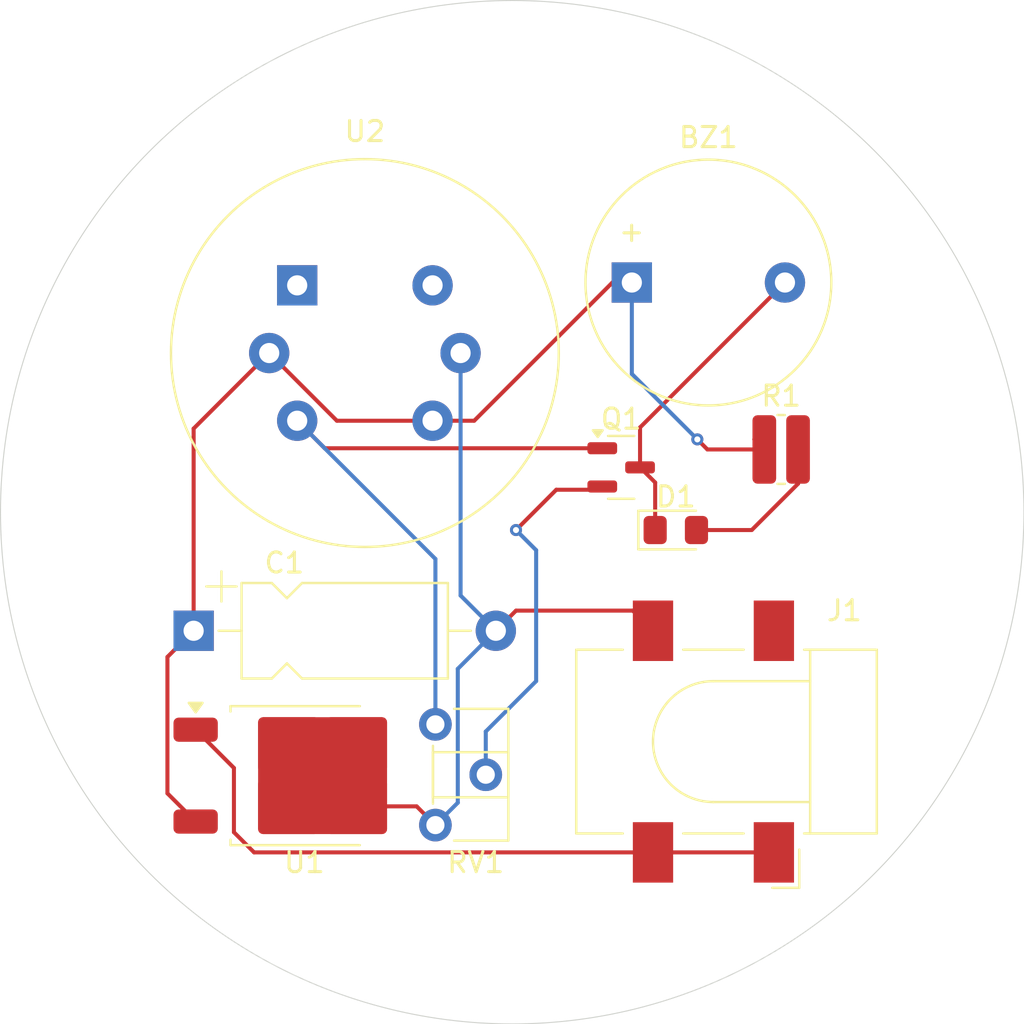
<source format=kicad_pcb>
(kicad_pcb (version 20241229) (generator "pcbnew") (generator_version "9.0")
  (layers (0 "F.Cu" signal) (2 "B.Cu" signal) (13 "F.Paste" user) (15 "B.Paste" user) (5 "F.SilkS" user "F.Silkscreen") (7 "B.SilkS" user "B.Silkscreen") (1 "F.Mask" user) (3 "B.Mask" user) (25 "Edge.Cuts" user))
  (net 0 "")
  (net 1 "Net-(BZ1-+)")
  (net 2 "Net-(BZ1--)")
  (net 3 "GND")
  (net 4 "Net-(D1-A)")
  (net 6 "VCC")
  (net 7 "Net-(Q1-E)")
  (net 8 "Net-(Q1-B)")
  (footprint "Buzzer_Beeper:Buzzer_12x9.5RM7.6" (layer "F.Cu") (at 180.25 63.215)
    (property "Reference" "BZ1" (at 3.8 -7.2 0) (layer "F.SilkS"))
    (property "Value" "Buzzer")
    (fp_circle (center 3.8 0) (end 9.9 0) (stroke (width 0.12)) (fill no) (layer "F.SilkS"))
    (fp_text user "+" (at -0.01 -2.54 0) (layer "F.SilkS"))
    (pad "1" thru_hole rect (at 0 0) (size 2 2) (drill 1) (layers "*.Cu" "*.Mask") (net 1 "Net-(BZ1-+)"))
    (pad "2" thru_hole circle (at 7.6 0) (size 2 2) (drill 1) (layers "*.Cu" "*.Mask") (net 2 "Net-(BZ1--)"))
  )
  (footprint "Resistor_SMD:R_0612_1632Metric_Pad1.18x3.40mm_HandSolder" (layer "F.Cu") (at 187.6625 71.5)
    (property "Reference" "R1" (at 0 -2.65 0) (layer "F.SilkS"))
    (property "Value" "R")
    (fp_line (start -0.182983 -1.71) (end 0.182983 -1.71) (stroke (width 0.12)) (layer "F.SilkS"))
    (fp_line (start -0.182983 1.71) (end 0.182983 1.71) (stroke (width 0.12)) (layer "F.SilkS"))
    (pad "1" smd roundrect (at -0.8375 0) (size 1.175 3.4) (layers "F.Cu" "F.Mask" "F.Paste") (roundrect_rratio 0.212766) (net 1 "Net-(BZ1-+)"))
    (pad "2" smd roundrect (at 0.8375 0) (size 1.175 3.4) (layers "F.Cu" "F.Mask" "F.Paste") (roundrect_rratio 0.212766) (net 4 "Net-(D1-A)"))
  )
  (footprint "Capacitor_THT:CP_Axial_L10.0mm_D4.5mm_P15.00mm_Horizontal" (layer "F.Cu") (at 158.5 80.5)
    (property "Reference" "C1" (at 4.5 -3.37 0) (layer "F.SilkS"))
    (property "Value" "C_Polarized_US")
    (fp_line (start 0.63 -2.2) (end 2.13 -2.2) (stroke (width 0.12)) (layer "F.SilkS"))
    (fp_line (start 1.24 0) (end 2.38 0) (stroke (width 0.12)) (layer "F.SilkS"))
    (fp_line (start 1.38 -2.95) (end 1.38 -1.45) (stroke (width 0.12)) (layer "F.SilkS"))
    (fp_line (start 2.38 -2.37) (end 2.38 2.37) (stroke (width 0.12)) (layer "F.SilkS"))
    (fp_line (start 2.38 -2.37) (end 3.88 -2.37) (stroke (width 0.12)) (layer "F.SilkS"))
    (fp_line (start 2.38 2.37) (end 3.88 2.37) (stroke (width 0.12)) (layer "F.SilkS"))
    (fp_line (start 3.88 -2.37) (end 4.63 -1.62) (stroke (width 0.12)) (layer "F.SilkS"))
    (fp_line (start 3.88 2.37) (end 4.63 1.62) (stroke (width 0.12)) (layer "F.SilkS"))
    (fp_line (start 4.63 -1.62) (end 5.38 -2.37) (stroke (width 0.12)) (layer "F.SilkS"))
    (fp_line (start 4.63 1.62) (end 5.38 2.37) (stroke (width 0.12)) (layer "F.SilkS"))
    (fp_line (start 5.38 -2.37) (end 12.62 -2.37) (stroke (width 0.12)) (layer "F.SilkS"))
    (fp_line (start 5.38 2.37) (end 12.62 2.37) (stroke (width 0.12)) (layer "F.SilkS"))
    (fp_line (start 12.62 -2.37) (end 12.62 2.37) (stroke (width 0.12)) (layer "F.SilkS"))
    (fp_line (start 13.76 0) (end 12.62 0) (stroke (width 0.12)) (layer "F.SilkS"))
    (pad "1" thru_hole rect (at 0 0) (size 2 2) (drill 1) (layers "*.Cu" "*.Mask") (net 1 "Net-(BZ1-+)"))
    (pad "2" thru_hole oval (at 15 0) (size 2 2) (drill 1) (layers "*.Cu" "*.Mask") (net 3 "GND"))
  )
  (footprint "Sensor:MQ-6" (layer "F.Cu") (at 163.64 63.355)
    (property "Reference" "U2" (at 3.36 -7.64 0) (layer "F.SilkS"))
    (property "Value" "MQ-2")
    (fp_circle (center 3.36 3.36) (end 12.985 3.36) (stroke (width 0.12)) (fill no) (layer "F.SilkS"))
    (pad "1" thru_hole rect (at 0 0) (size 2 2) (drill 1) (layers "*.Cu" "*.Mask"))
    (pad "2" thru_hole circle (at -1.39 3.36) (size 2 2) (drill 1) (layers "*.Cu" "*.Mask") (net 1 "Net-(BZ1-+)"))
    (pad "3" thru_hole circle (at 0 6.72 90) (size 2 2) (drill 1) (layers "*.Cu" "*.Mask") (net 8 "Net-(Q1-B)"))
    (pad "4" thru_hole circle (at 6.72 6.72 180) (size 2 2) (drill 1) (layers "*.Cu" "*.Mask") (net 1 "Net-(BZ1-+)"))
    (pad "5" thru_hole circle (at 8.11 3.36) (size 2 2) (drill 1) (layers "*.Cu" "*.Mask") (net 3 "GND"))
    (pad "6" thru_hole circle (at 6.72 0 270) (size 2 2) (drill 1) (layers "*.Cu" "*.Mask"))
  )
  (footprint "Potentiometer_THT:Potentiometer_ACP_CA6-H2,5_Horizontal" (layer "F.Cu") (at 170.5 85.145)
    (property "Reference" "RV1" (at 2 6.855 0) (layer "F.SilkS"))
    (property "Value" "R_Potentiometer")
    (fp_line (start -0.121 1.066) (end -0.121 3.935) (stroke (width 0.12)) (layer "F.SilkS"))
    (fp_line (start -0.121 1.38) (end -0.121 3.62) (stroke (width 0.12)) (layer "F.SilkS"))
    (fp_line (start -0.121 1.38) (end 3.62 1.38) (stroke (width 0.12)) (layer "F.SilkS"))
    (fp_line (start -0.121 3.62) (end 3.62 3.62) (stroke (width 0.12)) (layer "F.SilkS"))
    (fp_line (start 0.925 -0.77) (end 3.62 -0.77) (stroke (width 0.12)) (layer "F.SilkS"))
    (fp_line (start 0.925 5.77) (end 3.62 5.77) (stroke (width 0.12)) (layer "F.SilkS"))
    (fp_line (start 3.62 -0.77) (end 3.62 5.77) (stroke (width 0.12)) (layer "F.SilkS"))
    (fp_line (start 3.62 1.38) (end 3.62 3.62) (stroke (width 0.12)) (layer "F.SilkS"))
    (pad "1" thru_hole circle (at 0 0) (size 1.62 1.62) (drill 0.9) (layers "*.Cu" "*.Mask") (net 8 "Net-(Q1-B)"))
    (pad "2" thru_hole circle (at 2.5 2.5) (size 1.62 1.62) (drill 0.9) (layers "*.Cu" "*.Mask") (net 7 "Net-(Q1-E)"))
    (pad "3" thru_hole circle (at 0 5) (size 1.62 1.62) (drill 0.9) (layers "*.Cu" "*.Mask") (net 3 "GND"))
  )
  (footprint "Package_TO_SOT_SMD:SOT-23" (layer "F.Cu") (at 179.72 72.39)
    (property "Reference" "Q1" (at 0 -2.4 0) (layer "F.SilkS"))
    (property "Value" "SS8050")
    (fp_line (start 0 -1.56) (end -0.65 -1.56) (stroke (width 0.12)) (layer "F.SilkS"))
    (fp_line (start 0 -1.56) (end 0.65 -1.56) (stroke (width 0.12)) (layer "F.SilkS"))
    (fp_line (start 0 1.56) (end -0.65 1.56) (stroke (width 0.12)) (layer "F.SilkS"))
    (fp_line (start 0 1.56) (end 0.65 1.56) (stroke (width 0.12)) (layer "F.SilkS"))
    (fp_poly (pts (xy -1.1625 -1.51) (xy -1.4025 -1.84) (xy -0.9225 -1.84) (xy -1.1625 -1.51)) (stroke (width 0.12)) (fill yes) (layer "F.SilkS"))
    (pad "1" smd roundrect (at -0.9375 -0.95) (size 1.475 0.6) (layers "F.Cu" "F.Mask" "F.Paste") (net 8 "Net-(Q1-B)"))
    (pad "2" smd roundrect (at -0.9375 0.95) (size 1.475 0.6) (layers "F.Cu" "F.Mask" "F.Paste") (net 7 "Net-(Q1-E)"))
    (pad "3" smd roundrect (at 0.9375 0) (size 1.475 0.6) (layers "F.Cu" "F.Mask" "F.Paste") (net 2 "Net-(BZ1--)"))
  )
  (footprint "LED_SMD:LED_0805_2012Metric_Pad1.15x1.40mm_HandSolder" (layer "F.Cu") (at 182.4325 75.5)
    (property "Reference" "D1" (at 0 -1.65 0) (layer "F.SilkS"))
    (property "Value" "LED")
    (fp_line (start -1.86 -0.96) (end -1.86 0.96) (stroke (width 0.12)) (layer "F.SilkS"))
    (fp_line (start -1.86 0.96) (end 1 0.96) (stroke (width 0.12)) (layer "F.SilkS"))
    (fp_line (start 1 -0.96) (end -1.86 -0.96) (stroke (width 0.12)) (layer "F.SilkS"))
    (pad "1" smd roundrect (at -1.025 0) (size 1.15 1.4) (layers "F.Cu" "F.Mask" "F.Paste") (roundrect_rratio 0.217391) (net 2 "Net-(BZ1--)"))
    (pad "2" smd roundrect (at 1.025 0) (size 1.15 1.4) (layers "F.Cu" "F.Mask" "F.Paste") (roundrect_rratio 0.217391) (net 4 "Net-(D1-A)"))
  )
  (footprint "Package_TO_SOT_SMD:TO-252-2" (layer "F.Cu") (at 163.64 87.69)
    (property "Reference" "U1" (at 0.36 4.31 0) (layer "F.SilkS"))
    (property "Value" "L7805")
    (fp_line (start -3.31 -3.45) (end -3.31 -3.18) (stroke (width 0.12)) (layer "F.SilkS"))
    (fp_line (start -3.31 3.45) (end -3.31 3.18) (stroke (width 0.12)) (layer "F.SilkS"))
    (fp_line (start 3.11 -3.45) (end -3.31 -3.45) (stroke (width 0.12)) (layer "F.SilkS"))
    (fp_line (start 3.11 3.45) (end -3.31 3.45) (stroke (width 0.12)) (layer "F.SilkS"))
    (fp_poly (pts (xy -5.04 -3.14) (xy -5.38 -3.61) (xy -4.7 -3.61) (xy -5.04 -3.14)) (stroke (width 0.12)) (fill yes) (layer "F.SilkS"))
    (pad "1" smd roundrect (at -5.04 -2.28) (size 2.2 1.2) (layers "F.Cu" "F.Mask" "F.Paste") (roundrect_rratio 0.208333) (net 6 "VCC"))
    (pad "2" smd roundrect (at -0.415 -1.525) (size 3.05 2.75) (layers "F.Cu" "F.Paste") (roundrect_rratio 0.090909) (net 3 "GND"))
    (pad "2" smd roundrect (at -0.415 1.525) (size 3.05 2.75) (layers "F.Cu" "F.Paste") (roundrect_rratio 0.090909) (net 3 "GND"))
    (pad "2" smd roundrect (at 1.26 0) (size 6.4 5.8) (layers "F.Cu" "F.Mask") (roundrect_rratio 0.043103) (net 3 "GND"))
    (pad "2" smd roundrect (at 2.935 -1.525) (size 3.05 2.75) (layers "F.Cu" "F.Paste") (roundrect_rratio 0.090909) (net 3 "GND"))
    (pad "2" smd roundrect (at 2.935 1.525) (size 3.05 2.75) (layers "F.Cu" "F.Paste") (roundrect_rratio 0.090909) (net 3 "GND"))
    (pad "3" smd roundrect (at -5.04 2.28) (size 2.2 1.2) (layers "F.Cu" "F.Mask" "F.Paste") (roundrect_rratio 0.208333) (net 1 "Net-(BZ1-+)"))
  )
  (footprint "Connector_BarrelJack:BarrelJack_CLIFF_FC681465S_SMT_Horizontal" (layer "F.Cu") (at 184.3 86 180)
    (property "Reference" "J1" (at -6.5 6.5 0) (layer "F.SilkS"))
    (property "Value" "Barrel_Jack_Switch")
    (fp_line (start 6.81 4.56) (end 6.81 -4.56) (stroke (width 0.12)) (layer "F.SilkS"))
    (fp_line (start 4.5 4.56) (end 6.81 4.56) (stroke (width 0.12)) (layer "F.SilkS"))
    (fp_line (start 4.5 -4.56) (end 6.81 -4.56) (stroke (width 0.12)) (layer "F.SilkS"))
    (fp_line (start -1.5 4.56) (end 1.5 4.56) (stroke (width 0.12)) (layer "F.SilkS"))
    (fp_line (start -1.5 -4.56) (end 1.5 -4.56) (stroke (width 0.12)) (layer "F.SilkS"))
    (fp_line (start -2.92 -7.26) (end -4.26 -7.26) (stroke (width 0.12)) (layer "F.SilkS"))
    (fp_line (start -4.26 -7.26) (end -4.26 -5.36) (stroke (width 0.12)) (layer "F.SilkS"))
    (fp_line (start -4.8 4.56) (end -4.8 -4.56) (stroke (width 0.12)) (layer "F.SilkS"))
    (fp_line (start -4.8 3) (end 0 3) (stroke (width 0.12)) (layer "F.SilkS"))
    (fp_line (start -4.8 -3) (end 0 -3) (stroke (width 0.12)) (layer "F.SilkS"))
    (fp_line (start -8.11 4.56) (end -4.5 4.56) (stroke (width 0.12)) (layer "F.SilkS"))
    (fp_line (start -8.11 4.56) (end -8.11 -4.56) (stroke (width 0.12)) (layer "F.SilkS"))
    (fp_line (start -8.11 -4.56) (end -4.5 -4.56) (stroke (width 0.12)) (layer "F.SilkS"))
    (fp_arc (start 0 -3) (mid 3 0) (end 0 3) (stroke (width 0.12)) (layer "F.SilkS"))
    (pad "" np_thru_hole oval (at -2.9 0 270) (size 2 1.5) (drill oval 2 1.5) (layers "*.Cu" "*.Mask"))
    (pad "" np_thru_hole circle (at 1.5 0 270) (size 2 2) (drill 2) (layers "*.Cu" "*.Mask"))
    (pad "1" smd rect (at -3 -5.5 270) (size 3 2) (layers "F.Cu" "F.Mask" "F.Paste") (net 6 "VCC"))
    (pad "1" smd rect (at 3 -5.5 270) (size 3 2) (layers "F.Cu" "F.Mask" "F.Paste") (net 6 "VCC"))
    (pad "2" smd rect (at 3 5.5 270) (size 3 2) (layers "F.Cu" "F.Mask" "F.Paste") (net 3 "GND"))
    (pad "3" smd rect (at -3 5.5 270) (size 3 2) (layers "F.Cu" "F.Mask" "F.Paste"))
  )
  (gr_circle (center 174.312 74.615) (end 173.5 100) (stroke (width 0.05)) (fill no) (layer "Edge.Cuts"))
  (segment (start 186.825 71.5) (end 184 71.5) (width 0.2) (layer "F.Cu") (net 1))
  (segment (start 157.199 81.801) (end 158.5 80.5) (width 0.2) (layer "F.Cu") (net 1))
  (segment (start 165.61 70.075) (end 170.36 70.075) (width 0.2) (layer "F.Cu") (net 1))
  (segment (start 162.25 66.715) (end 158.5 70.465) (width 0.2) (layer "F.Cu") (net 1))
  (segment (start 158.6 89.97) (end 157.199 88.569) (width 0.2) (layer "F.Cu") (net 1))
  (segment (start 180.25 63.215) (end 179.285 63.215) (width 0.2) (layer "F.Cu") (net 1))
  (segment (start 179.285 63.215) (end 172.425 70.075) (width 0.2) (layer "F.Cu") (net 1))
  (segment (start 162.25 66.715) (end 165.61 70.075) (width 0.2) (layer "F.Cu") (net 1))
  (segment (start 172.425 70.075) (end 170.36 70.075) (width 0.2) (layer "F.Cu") (net 1))
  (segment (start 184 71.5) (end 183.5 71) (width 0.2) (layer "F.Cu") (net 1))
  (segment (start 158.5 70.465) (end 158.5 80.5) (width 0.2) (layer "F.Cu") (net 1))
  (segment (start 157.199 88.569) (end 157.199 81.801) (width 0.2) (layer "F.Cu") (net 1))
  (segment (start 186.825 71.5) (end 186.325 71) (width 0.2) (layer "F.Cu") (net 1))
  (via (at 183.5 71) (size 0.6) (drill 0.3) (layers "F.Cu" "B.Cu") (net 1))
  (segment (start 180.25 63.215) (end 180.25 67.75) (width 0.2) (layer "B.Cu") (net 1))
  (segment (start 180.25 67.75) (end 183.5 71) (width 0.2) (layer "B.Cu") (net 1))
  (segment (start 187.85 63.215) (end 180.6575 70.4075) (width 0.2) (layer "F.Cu") (net 2))
  (segment (start 188 63) (end 188 63.065) (width 0.2) (layer "F.Cu") (net 2))
  (segment (start 181.4075 73.14) (end 181.4075 75.5) (width 0.2) (layer "F.Cu") (net 2))
  (segment (start 188 63.065) (end 187.85 63.215) (width 0.2) (layer "F.Cu") (net 2))
  (segment (start 180.6575 72.39) (end 181.4075 73.14) (width 0.2) (layer "F.Cu") (net 2))
  (segment (start 180.6575 70.4075) (end 180.6575 72.39) (width 0.2) (layer "F.Cu") (net 2))
  (segment (start 187.5 63.565) (end 187.85 63.215) (width 0.2) (layer "B.Cu") (net 2))
  (segment (start 169.57 89.215) (end 170.5 90.145) (width 0.2) (layer "F.Cu") (net 3))
  (segment (start 166.575 89.215) (end 169.57 89.215) (width 0.2) (layer "F.Cu") (net 3))
  (segment (start 174.5 79.5) (end 180.3 79.5) (width 0.2) (layer "F.Cu") (net 3))
  (segment (start 173.5 80.5) (end 174.5 79.5) (width 0.2) (layer "F.Cu") (net 3))
  (segment (start 180.3 79.5) (end 181.3 80.5) (width 0.2) (layer "F.Cu") (net 3))
  (segment (start 171.75 78.75) (end 171.75 66.715) (width 0.2) (layer "B.Cu") (net 3))
  (segment (start 173.5 80.5) (end 171.75 78.75) (width 0.2) (layer "B.Cu") (net 3))
  (segment (start 171.611 89.034) (end 171.611 82.389) (width 0.2) (layer "B.Cu") (net 3))
  (segment (start 170.5 90.145) (end 171.611 89.034) (width 0.2) (layer "B.Cu") (net 3))
  (segment (start 171.611 82.389) (end 173.5 80.5) (width 0.2) (layer "B.Cu") (net 3))
  (segment (start 186.2 75.5) (end 183.4575 75.5) (width 0.2) (layer "F.Cu") (net 4))
  (segment (start 188.5 71.5) (end 188.5 73.2) (width 0.2) (layer "F.Cu") (net 4))
  (segment (start 188.5 73.2) (end 186.2 75.5) (width 0.2) (layer "F.Cu") (net 4))
  (segment (start 160.5 87.31) (end 160.5 90.5) (width 0.2) (layer "F.Cu") (net 6))
  (segment (start 181.3 91.5) (end 187.3 91.5) (width 0.2) (layer "F.Cu") (net 6))
  (segment (start 158.6 85.41) (end 160.5 87.31) (width 0.2) (layer "F.Cu") (net 6))
  (segment (start 161.5 91.5) (end 181.3 91.5) (width 0.2) (layer "F.Cu") (net 6))
  (segment (start 160.5 90.5) (end 161.5 91.5) (width 0.2) (layer "F.Cu") (net 6))
  (segment (start 178.7825 73.34) (end 178.6225 73.5) (width 0.2) (layer "F.Cu") (net 7))
  (segment (start 178.5 73.5) (end 176.5 73.5) (width 0.2) (layer "F.Cu") (net 7))
  (segment (start 178.6225 73.5) (end 178.5 73.5) (width 0.2) (layer "F.Cu") (net 7))
  (segment (start 176.5 73.5) (end 174.5 75.5) (width 0.2) (layer "F.Cu") (net 7))
  (via (at 174.5 75.5) (size 0.6) (drill 0.3) (layers "F.Cu" "B.Cu") (net 7))
  (segment (start 173 87.645) (end 173 85.5) (width 0.2) (layer "B.Cu") (net 7))
  (segment (start 173 85.5) (end 175.5 83) (width 0.2) (layer "B.Cu") (net 7))
  (segment (start 175.5 76.5) (end 174.5 75.5) (width 0.2) (layer "B.Cu") (net 7))
  (segment (start 175.5 83) (end 175.5 76.5) (width 0.2) (layer "B.Cu") (net 7))
  (segment (start 178.7825 71.44) (end 165.005 71.44) (width 0.2) (layer "F.Cu") (net 8))
  (segment (start 165.005 71.44) (end 163.64 70.075) (width 0.2) (layer "F.Cu") (net 8))
  (segment (start 170.5 76.935) (end 170.5 85.145) (width 0.2) (layer "B.Cu") (net 8))
  (segment (start 163.64 70.075) (end 170.5 76.935) (width 0.2) (layer "B.Cu") (net 8))
)
</source>
